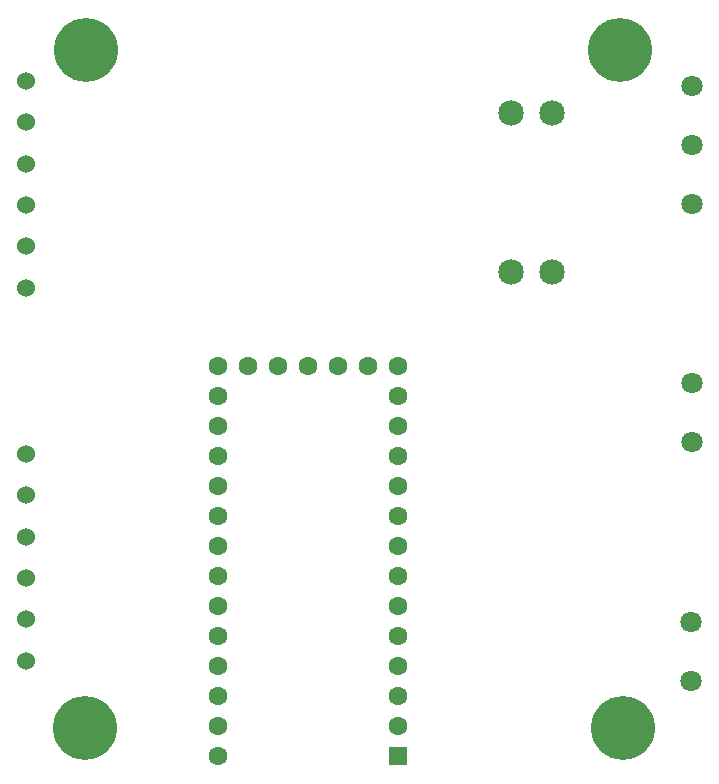
<source format=gbr>
%TF.GenerationSoftware,KiCad,Pcbnew,(5.1.9)-1*%
%TF.CreationDate,2021-12-25T23:37:10-05:00*%
%TF.ProjectId,4runner-seat-heat,3472756e-6e65-4722-9d73-6561742d6865,rev?*%
%TF.SameCoordinates,Original*%
%TF.FileFunction,Soldermask,Bot*%
%TF.FilePolarity,Negative*%
%FSLAX46Y46*%
G04 Gerber Fmt 4.6, Leading zero omitted, Abs format (unit mm)*
G04 Created by KiCad (PCBNEW (5.1.9)-1) date 2021-12-25 23:37:10*
%MOMM*%
%LPD*%
G01*
G04 APERTURE LIST*
%ADD10C,1.600000*%
%ADD11R,1.600000X1.600000*%
%ADD12C,1.800000*%
%ADD13C,5.410200*%
%ADD14C,2.159000*%
%ADD15C,1.524000*%
G04 APERTURE END LIST*
D10*
%TO.C,U2*%
X31838900Y-31115000D03*
X29298900Y-31115000D03*
X26758900Y-31115000D03*
X24218900Y-31115000D03*
X34378900Y-31115000D03*
X36918900Y-31115000D03*
X39458900Y-31115000D03*
X24218900Y-33655000D03*
X24218900Y-36195000D03*
X24218900Y-38735000D03*
X24218900Y-41275000D03*
X24218900Y-43815000D03*
X24218900Y-46355000D03*
X24218900Y-48895000D03*
X24218900Y-51435000D03*
X24218900Y-53975000D03*
X24218900Y-56515000D03*
X24218900Y-59055000D03*
X24218900Y-61595000D03*
X24218900Y-64135000D03*
X39458900Y-33655000D03*
X39458900Y-36195000D03*
X39458900Y-38735000D03*
X39458900Y-41275000D03*
X39458900Y-43815000D03*
X39458900Y-46355000D03*
X39458900Y-48895000D03*
X39458900Y-51435000D03*
X39458900Y-53975000D03*
X39458900Y-56515000D03*
X39458900Y-59055000D03*
X39458900Y-61595000D03*
D11*
X39458900Y-64135000D03*
%TD*%
D12*
%TO.C,J10*%
X64338200Y-7449800D03*
X64338200Y-12449800D03*
X64338200Y-17449800D03*
%TD*%
%TO.C,Left-Heater*%
X64312800Y-52785000D03*
X64312800Y-57785000D03*
%TD*%
%TO.C,Right-Heater*%
X64338200Y-32592000D03*
X64338200Y-37592000D03*
%TD*%
D13*
%TO.C,REF\u002A\u002A*%
X58318400Y-4368800D03*
%TD*%
%TO.C,REF\u002A\u002A*%
X13030200Y-4368800D03*
%TD*%
%TO.C,REF\u002A\u002A*%
X58496200Y-61747400D03*
%TD*%
%TO.C,REF\u002A\u002A*%
X13004800Y-61747400D03*
%TD*%
D14*
%TO.C,F1*%
X52489100Y-9690100D03*
X52489100Y-23152100D03*
X49085500Y-9690100D03*
X49085500Y-23152100D03*
%TD*%
D15*
%TO.C,Right Switch*%
X8001000Y-24485000D03*
X8001000Y-20985000D03*
X8001000Y-17485000D03*
X8001000Y-13985000D03*
X8001000Y-10485000D03*
X8001000Y-6985000D03*
%TD*%
%TO.C,Left Switch*%
X8001000Y-38582600D03*
X8001000Y-42082600D03*
X8001000Y-45582600D03*
X8001000Y-49082600D03*
X8001000Y-52582600D03*
X8001000Y-56082600D03*
%TD*%
M02*

</source>
